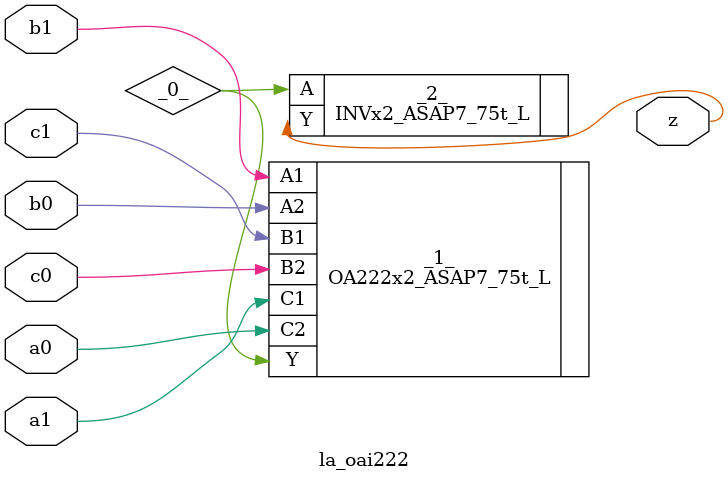
<source format=v>

/* Generated by Yosys 0.44 (git sha1 80ba43d26, g++ 11.4.0-1ubuntu1~22.04 -fPIC -O3) */

(* top =  1  *)
(* src = "generated" *)
(* keep_hierarchy *)
module la_oai222 (
    a0,
    a1,
    b0,
    b1,
    c0,
    c1,
    z
);
  wire _0_;
  (* src = "generated" *)
  input a0;
  wire a0;
  (* src = "generated" *)
  input a1;
  wire a1;
  (* src = "generated" *)
  input b0;
  wire b0;
  (* src = "generated" *)
  input b1;
  wire b1;
  (* src = "generated" *)
  input c0;
  wire c0;
  (* src = "generated" *)
  input c1;
  wire c1;
  (* src = "generated" *)
  output z;
  wire z;
  OA222x2_ASAP7_75t_L _1_ (
      .A1(b1),
      .A2(b0),
      .B1(c1),
      .B2(c0),
      .C1(a1),
      .C2(a0),
      .Y (_0_)
  );
  INVx2_ASAP7_75t_L _2_ (
      .A(_0_),
      .Y(z)
  );
endmodule

</source>
